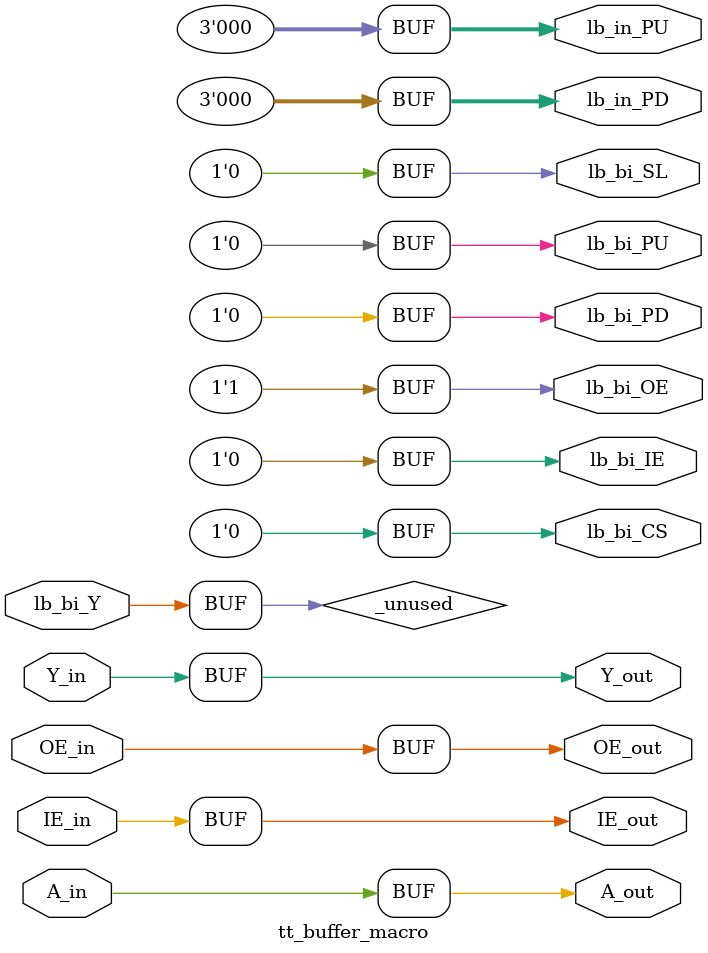
<source format=v>
`default_nettype none

module tt_buffer_macro (
`ifdef USE_POWER_PINS
    inout  wire VSS,
    inout  wire VDD,
`endif
    output wire Y_out,
    input  wire OE_in,
    input  wire A_in,
    input  wire IE_in,
    output wire IE_out,
    output wire A_out,
    output wire OE_out,
    input  wire Y_in,
    output wire [2:0] lb_in_PD,
    output wire [2:0] lb_in_PU,
    input  wire lb_bi_Y,
    output wire lb_bi_OE,
    output wire lb_bi_IE,
    output wire lb_bi_SL,
    output wire lb_bi_CS,
    output wire lb_bi_PD,
    output wire lb_bi_PU
);

assign A_out = A_in;
assign Y_out = Y_in;
assign IE_out = IE_in;
assign OE_out = OE_in;

wire _unused = lb_bi_Y;
assign lb_in_PD = 3'b000;
assign lb_in_PU = 3'b000;
assign lb_bi_OE = 1'b1;
assign lb_bi_IE = 1'b0;
assign lb_bi_SL = 1'b0;
assign lb_bi_CS = 1'b0;
assign lb_bi_PD = 1'b0;
assign lb_bi_PU = 1'b0;

endmodule

</source>
